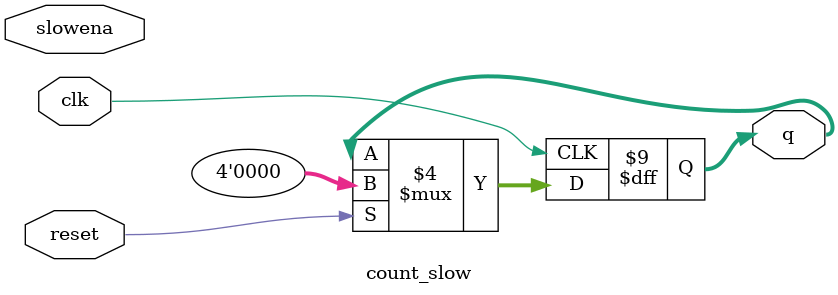
<source format=v>

module count_slow(
    input clk,
    input slowena,
    input reset,
    output reg [3:0] q);

// On the positive edge of the clock:
// if reset is high, reset the output q to 0. 
// Otherwise, only increment the output q if the ena input is high and q is not 9.
// The incrementing counter is used to increment the output so that the
// count is an arbitrary amount of clock cycle.

reg [3:0] count;

// If we are in the lowest count is an arbitrary amount of clock cycle,
// the output should be counted as a clock cycle.
always @(posedge clk) begin
    if (reset)
        count <= 0;
    else
        count <= count + 1;
end

// If the ena is high, reset the output so it's 0.
// This will be a power of 2 or more than 1.
// This means that it should be a power of 2 and more than 2.

always @(posedge clk) begin
    if (reset)
        q <= 0;
   end
endmodule

</source>
